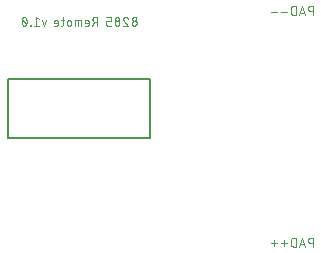
<source format=gbr>
G04 EAGLE Gerber RS-274X export*
G75*
%MOMM*%
%FSLAX34Y34*%
%LPD*%
%INSilkscreen Bottom*%
%IPPOS*%
%AMOC8*
5,1,8,0,0,1.08239X$1,22.5*%
G01*
%ADD10C,0.076200*%
%ADD11C,0.127000*%


D10*
X48619Y87263D02*
X48617Y87352D01*
X48611Y87441D01*
X48601Y87530D01*
X48588Y87618D01*
X48571Y87706D01*
X48549Y87793D01*
X48524Y87878D01*
X48496Y87963D01*
X48463Y88046D01*
X48427Y88128D01*
X48388Y88208D01*
X48345Y88286D01*
X48299Y88362D01*
X48249Y88437D01*
X48196Y88509D01*
X48140Y88578D01*
X48081Y88645D01*
X48020Y88710D01*
X47955Y88771D01*
X47888Y88830D01*
X47819Y88886D01*
X47747Y88939D01*
X47672Y88989D01*
X47596Y89035D01*
X47518Y89078D01*
X47438Y89117D01*
X47356Y89153D01*
X47273Y89186D01*
X47188Y89214D01*
X47103Y89239D01*
X47016Y89261D01*
X46928Y89278D01*
X46840Y89291D01*
X46751Y89301D01*
X46662Y89307D01*
X46573Y89309D01*
X46484Y89307D01*
X46395Y89301D01*
X46306Y89291D01*
X46218Y89278D01*
X46130Y89261D01*
X46043Y89239D01*
X45958Y89214D01*
X45873Y89186D01*
X45790Y89153D01*
X45708Y89117D01*
X45628Y89078D01*
X45550Y89035D01*
X45474Y88989D01*
X45399Y88939D01*
X45327Y88886D01*
X45258Y88830D01*
X45191Y88771D01*
X45126Y88710D01*
X45065Y88645D01*
X45006Y88578D01*
X44950Y88509D01*
X44897Y88437D01*
X44847Y88362D01*
X44801Y88286D01*
X44758Y88208D01*
X44719Y88128D01*
X44683Y88046D01*
X44650Y87963D01*
X44622Y87878D01*
X44597Y87793D01*
X44575Y87706D01*
X44558Y87618D01*
X44545Y87530D01*
X44535Y87441D01*
X44529Y87352D01*
X44527Y87263D01*
X44529Y87174D01*
X44535Y87085D01*
X44545Y86996D01*
X44558Y86908D01*
X44575Y86820D01*
X44597Y86733D01*
X44622Y86648D01*
X44650Y86563D01*
X44683Y86480D01*
X44719Y86398D01*
X44758Y86318D01*
X44801Y86240D01*
X44847Y86164D01*
X44897Y86089D01*
X44950Y86017D01*
X45006Y85948D01*
X45065Y85881D01*
X45126Y85816D01*
X45191Y85755D01*
X45258Y85696D01*
X45327Y85640D01*
X45399Y85587D01*
X45474Y85537D01*
X45550Y85491D01*
X45628Y85448D01*
X45708Y85409D01*
X45790Y85373D01*
X45873Y85340D01*
X45958Y85312D01*
X46043Y85287D01*
X46130Y85265D01*
X46218Y85248D01*
X46306Y85235D01*
X46395Y85225D01*
X46484Y85219D01*
X46573Y85217D01*
X46662Y85219D01*
X46751Y85225D01*
X46840Y85235D01*
X46928Y85248D01*
X47016Y85265D01*
X47103Y85287D01*
X47188Y85312D01*
X47273Y85340D01*
X47356Y85373D01*
X47438Y85409D01*
X47518Y85448D01*
X47596Y85491D01*
X47672Y85537D01*
X47747Y85587D01*
X47819Y85640D01*
X47888Y85696D01*
X47955Y85755D01*
X48020Y85816D01*
X48081Y85881D01*
X48140Y85948D01*
X48196Y86017D01*
X48249Y86089D01*
X48299Y86164D01*
X48345Y86240D01*
X48388Y86318D01*
X48427Y86398D01*
X48463Y86480D01*
X48496Y86563D01*
X48524Y86648D01*
X48549Y86733D01*
X48571Y86820D01*
X48588Y86908D01*
X48601Y86996D01*
X48611Y87085D01*
X48617Y87174D01*
X48619Y87263D01*
X48210Y90946D02*
X48208Y91025D01*
X48202Y91104D01*
X48193Y91183D01*
X48180Y91261D01*
X48162Y91338D01*
X48142Y91414D01*
X48117Y91489D01*
X48089Y91563D01*
X48058Y91636D01*
X48022Y91707D01*
X47984Y91776D01*
X47942Y91843D01*
X47897Y91908D01*
X47849Y91971D01*
X47798Y92032D01*
X47744Y92089D01*
X47688Y92145D01*
X47629Y92197D01*
X47567Y92247D01*
X47503Y92293D01*
X47437Y92337D01*
X47369Y92377D01*
X47299Y92413D01*
X47227Y92447D01*
X47153Y92477D01*
X47079Y92503D01*
X47003Y92526D01*
X46926Y92544D01*
X46849Y92560D01*
X46770Y92571D01*
X46692Y92579D01*
X46613Y92583D01*
X46533Y92583D01*
X46454Y92579D01*
X46376Y92571D01*
X46297Y92560D01*
X46220Y92544D01*
X46143Y92526D01*
X46067Y92503D01*
X45993Y92477D01*
X45919Y92447D01*
X45847Y92413D01*
X45777Y92377D01*
X45709Y92337D01*
X45643Y92293D01*
X45579Y92247D01*
X45517Y92197D01*
X45458Y92145D01*
X45402Y92089D01*
X45348Y92032D01*
X45297Y91971D01*
X45249Y91908D01*
X45204Y91843D01*
X45162Y91776D01*
X45124Y91707D01*
X45088Y91636D01*
X45057Y91563D01*
X45029Y91489D01*
X45004Y91414D01*
X44984Y91338D01*
X44966Y91261D01*
X44953Y91183D01*
X44944Y91104D01*
X44938Y91025D01*
X44936Y90946D01*
X44938Y90867D01*
X44944Y90788D01*
X44953Y90709D01*
X44966Y90631D01*
X44984Y90554D01*
X45004Y90478D01*
X45029Y90403D01*
X45057Y90329D01*
X45088Y90256D01*
X45124Y90185D01*
X45162Y90116D01*
X45204Y90049D01*
X45249Y89984D01*
X45297Y89921D01*
X45348Y89860D01*
X45402Y89803D01*
X45458Y89747D01*
X45517Y89695D01*
X45579Y89645D01*
X45643Y89599D01*
X45709Y89555D01*
X45777Y89515D01*
X45847Y89479D01*
X45919Y89445D01*
X45993Y89415D01*
X46067Y89389D01*
X46143Y89366D01*
X46220Y89348D01*
X46297Y89332D01*
X46376Y89321D01*
X46454Y89313D01*
X46533Y89309D01*
X46613Y89309D01*
X46692Y89313D01*
X46770Y89321D01*
X46849Y89332D01*
X46926Y89348D01*
X47003Y89366D01*
X47079Y89389D01*
X47153Y89415D01*
X47227Y89445D01*
X47299Y89479D01*
X47369Y89515D01*
X47437Y89555D01*
X47503Y89599D01*
X47567Y89645D01*
X47629Y89695D01*
X47688Y89747D01*
X47744Y89803D01*
X47798Y89860D01*
X47849Y89921D01*
X47897Y89984D01*
X47942Y90049D01*
X47984Y90116D01*
X48022Y90185D01*
X48058Y90256D01*
X48089Y90329D01*
X48117Y90403D01*
X48142Y90478D01*
X48162Y90554D01*
X48180Y90631D01*
X48193Y90709D01*
X48202Y90788D01*
X48208Y90867D01*
X48210Y90946D01*
X39054Y92584D02*
X38969Y92582D01*
X38884Y92576D01*
X38800Y92566D01*
X38716Y92553D01*
X38632Y92535D01*
X38550Y92514D01*
X38469Y92489D01*
X38389Y92460D01*
X38310Y92427D01*
X38233Y92391D01*
X38158Y92351D01*
X38084Y92308D01*
X38013Y92262D01*
X37944Y92212D01*
X37877Y92159D01*
X37813Y92103D01*
X37752Y92044D01*
X37693Y91983D01*
X37637Y91919D01*
X37584Y91852D01*
X37534Y91783D01*
X37488Y91712D01*
X37445Y91638D01*
X37405Y91563D01*
X37369Y91486D01*
X37336Y91407D01*
X37307Y91327D01*
X37282Y91246D01*
X37261Y91164D01*
X37243Y91080D01*
X37230Y90996D01*
X37220Y90912D01*
X37214Y90827D01*
X37212Y90742D01*
X39054Y92583D02*
X39150Y92581D01*
X39246Y92575D01*
X39341Y92565D01*
X39436Y92552D01*
X39531Y92534D01*
X39624Y92513D01*
X39717Y92488D01*
X39808Y92459D01*
X39899Y92427D01*
X39988Y92391D01*
X40075Y92351D01*
X40161Y92308D01*
X40245Y92262D01*
X40327Y92212D01*
X40407Y92158D01*
X40484Y92102D01*
X40559Y92042D01*
X40632Y91980D01*
X40702Y91914D01*
X40770Y91846D01*
X40835Y91775D01*
X40896Y91702D01*
X40955Y91626D01*
X41011Y91547D01*
X41063Y91467D01*
X41112Y91384D01*
X41158Y91300D01*
X41200Y91214D01*
X41238Y91126D01*
X41273Y91037D01*
X41305Y90946D01*
X37826Y89310D02*
X37766Y89369D01*
X37709Y89431D01*
X37654Y89495D01*
X37603Y89562D01*
X37554Y89631D01*
X37508Y89701D01*
X37465Y89774D01*
X37425Y89848D01*
X37389Y89924D01*
X37356Y90002D01*
X37326Y90081D01*
X37299Y90161D01*
X37276Y90242D01*
X37257Y90324D01*
X37241Y90406D01*
X37228Y90490D01*
X37219Y90574D01*
X37214Y90658D01*
X37212Y90742D01*
X37826Y89309D02*
X41304Y85217D01*
X37212Y85217D01*
X33989Y87263D02*
X33987Y87352D01*
X33981Y87441D01*
X33971Y87530D01*
X33958Y87618D01*
X33941Y87706D01*
X33919Y87793D01*
X33894Y87878D01*
X33866Y87963D01*
X33833Y88046D01*
X33797Y88128D01*
X33758Y88208D01*
X33715Y88286D01*
X33669Y88362D01*
X33619Y88437D01*
X33566Y88509D01*
X33510Y88578D01*
X33451Y88645D01*
X33390Y88710D01*
X33325Y88771D01*
X33258Y88830D01*
X33189Y88886D01*
X33117Y88939D01*
X33042Y88989D01*
X32966Y89035D01*
X32888Y89078D01*
X32808Y89117D01*
X32726Y89153D01*
X32643Y89186D01*
X32558Y89214D01*
X32473Y89239D01*
X32386Y89261D01*
X32298Y89278D01*
X32210Y89291D01*
X32121Y89301D01*
X32032Y89307D01*
X31943Y89309D01*
X31854Y89307D01*
X31765Y89301D01*
X31676Y89291D01*
X31588Y89278D01*
X31500Y89261D01*
X31413Y89239D01*
X31328Y89214D01*
X31243Y89186D01*
X31160Y89153D01*
X31078Y89117D01*
X30998Y89078D01*
X30920Y89035D01*
X30844Y88989D01*
X30769Y88939D01*
X30697Y88886D01*
X30628Y88830D01*
X30561Y88771D01*
X30496Y88710D01*
X30435Y88645D01*
X30376Y88578D01*
X30320Y88509D01*
X30267Y88437D01*
X30217Y88362D01*
X30171Y88286D01*
X30128Y88208D01*
X30089Y88128D01*
X30053Y88046D01*
X30020Y87963D01*
X29992Y87878D01*
X29967Y87793D01*
X29945Y87706D01*
X29928Y87618D01*
X29915Y87530D01*
X29905Y87441D01*
X29899Y87352D01*
X29897Y87263D01*
X29899Y87174D01*
X29905Y87085D01*
X29915Y86996D01*
X29928Y86908D01*
X29945Y86820D01*
X29967Y86733D01*
X29992Y86648D01*
X30020Y86563D01*
X30053Y86480D01*
X30089Y86398D01*
X30128Y86318D01*
X30171Y86240D01*
X30217Y86164D01*
X30267Y86089D01*
X30320Y86017D01*
X30376Y85948D01*
X30435Y85881D01*
X30496Y85816D01*
X30561Y85755D01*
X30628Y85696D01*
X30697Y85640D01*
X30769Y85587D01*
X30844Y85537D01*
X30920Y85491D01*
X30998Y85448D01*
X31078Y85409D01*
X31160Y85373D01*
X31243Y85340D01*
X31328Y85312D01*
X31413Y85287D01*
X31500Y85265D01*
X31588Y85248D01*
X31676Y85235D01*
X31765Y85225D01*
X31854Y85219D01*
X31943Y85217D01*
X32032Y85219D01*
X32121Y85225D01*
X32210Y85235D01*
X32298Y85248D01*
X32386Y85265D01*
X32473Y85287D01*
X32558Y85312D01*
X32643Y85340D01*
X32726Y85373D01*
X32808Y85409D01*
X32888Y85448D01*
X32966Y85491D01*
X33042Y85537D01*
X33117Y85587D01*
X33189Y85640D01*
X33258Y85696D01*
X33325Y85755D01*
X33390Y85816D01*
X33451Y85881D01*
X33510Y85948D01*
X33566Y86017D01*
X33619Y86089D01*
X33669Y86164D01*
X33715Y86240D01*
X33758Y86318D01*
X33797Y86398D01*
X33833Y86480D01*
X33866Y86563D01*
X33894Y86648D01*
X33919Y86733D01*
X33941Y86820D01*
X33958Y86908D01*
X33971Y86996D01*
X33981Y87085D01*
X33987Y87174D01*
X33989Y87263D01*
X33580Y90946D02*
X33578Y91025D01*
X33572Y91104D01*
X33563Y91183D01*
X33550Y91261D01*
X33532Y91338D01*
X33512Y91414D01*
X33487Y91489D01*
X33459Y91563D01*
X33428Y91636D01*
X33392Y91707D01*
X33354Y91776D01*
X33312Y91843D01*
X33267Y91908D01*
X33219Y91971D01*
X33168Y92032D01*
X33114Y92089D01*
X33058Y92145D01*
X32999Y92197D01*
X32937Y92247D01*
X32873Y92293D01*
X32807Y92337D01*
X32739Y92377D01*
X32669Y92413D01*
X32597Y92447D01*
X32523Y92477D01*
X32449Y92503D01*
X32373Y92526D01*
X32296Y92544D01*
X32219Y92560D01*
X32140Y92571D01*
X32062Y92579D01*
X31983Y92583D01*
X31903Y92583D01*
X31824Y92579D01*
X31746Y92571D01*
X31667Y92560D01*
X31590Y92544D01*
X31513Y92526D01*
X31437Y92503D01*
X31363Y92477D01*
X31289Y92447D01*
X31217Y92413D01*
X31147Y92377D01*
X31079Y92337D01*
X31013Y92293D01*
X30949Y92247D01*
X30887Y92197D01*
X30828Y92145D01*
X30772Y92089D01*
X30718Y92032D01*
X30667Y91971D01*
X30619Y91908D01*
X30574Y91843D01*
X30532Y91776D01*
X30494Y91707D01*
X30458Y91636D01*
X30427Y91563D01*
X30399Y91489D01*
X30374Y91414D01*
X30354Y91338D01*
X30336Y91261D01*
X30323Y91183D01*
X30314Y91104D01*
X30308Y91025D01*
X30306Y90946D01*
X30308Y90867D01*
X30314Y90788D01*
X30323Y90709D01*
X30336Y90631D01*
X30354Y90554D01*
X30374Y90478D01*
X30399Y90403D01*
X30427Y90329D01*
X30458Y90256D01*
X30494Y90185D01*
X30532Y90116D01*
X30574Y90049D01*
X30619Y89984D01*
X30667Y89921D01*
X30718Y89860D01*
X30772Y89803D01*
X30828Y89747D01*
X30887Y89695D01*
X30949Y89645D01*
X31013Y89599D01*
X31079Y89555D01*
X31147Y89515D01*
X31217Y89479D01*
X31289Y89445D01*
X31363Y89415D01*
X31437Y89389D01*
X31513Y89366D01*
X31590Y89348D01*
X31667Y89332D01*
X31746Y89321D01*
X31824Y89313D01*
X31903Y89309D01*
X31983Y89309D01*
X32062Y89313D01*
X32140Y89321D01*
X32219Y89332D01*
X32296Y89348D01*
X32373Y89366D01*
X32449Y89389D01*
X32523Y89415D01*
X32597Y89445D01*
X32669Y89479D01*
X32739Y89515D01*
X32807Y89555D01*
X32873Y89599D01*
X32937Y89645D01*
X32999Y89695D01*
X33058Y89747D01*
X33114Y89803D01*
X33168Y89860D01*
X33219Y89921D01*
X33267Y89984D01*
X33312Y90049D01*
X33354Y90116D01*
X33392Y90185D01*
X33428Y90256D01*
X33459Y90329D01*
X33487Y90403D01*
X33512Y90478D01*
X33532Y90554D01*
X33550Y90631D01*
X33563Y90709D01*
X33572Y90788D01*
X33578Y90867D01*
X33580Y90946D01*
X26674Y85217D02*
X24219Y85217D01*
X24139Y85219D01*
X24059Y85225D01*
X23979Y85235D01*
X23900Y85248D01*
X23821Y85266D01*
X23744Y85287D01*
X23668Y85313D01*
X23593Y85342D01*
X23519Y85374D01*
X23447Y85410D01*
X23377Y85450D01*
X23310Y85493D01*
X23244Y85539D01*
X23181Y85589D01*
X23120Y85641D01*
X23061Y85696D01*
X23006Y85755D01*
X22954Y85815D01*
X22904Y85879D01*
X22858Y85944D01*
X22815Y86012D01*
X22775Y86082D01*
X22739Y86154D01*
X22707Y86228D01*
X22678Y86302D01*
X22653Y86379D01*
X22631Y86456D01*
X22613Y86535D01*
X22600Y86614D01*
X22590Y86693D01*
X22584Y86774D01*
X22582Y86854D01*
X22582Y87672D01*
X22581Y87672D02*
X22583Y87750D01*
X22588Y87828D01*
X22598Y87905D01*
X22611Y87982D01*
X22627Y88058D01*
X22647Y88133D01*
X22671Y88207D01*
X22698Y88280D01*
X22729Y88352D01*
X22763Y88422D01*
X22800Y88491D01*
X22841Y88557D01*
X22885Y88622D01*
X22931Y88684D01*
X22981Y88744D01*
X23033Y88802D01*
X23088Y88857D01*
X23146Y88909D01*
X23206Y88959D01*
X23268Y89005D01*
X23333Y89049D01*
X23400Y89090D01*
X23468Y89127D01*
X23538Y89161D01*
X23610Y89192D01*
X23683Y89219D01*
X23757Y89243D01*
X23832Y89263D01*
X23908Y89279D01*
X23985Y89292D01*
X24062Y89302D01*
X24140Y89307D01*
X24218Y89309D01*
X24219Y89309D02*
X26674Y89309D01*
X26674Y92583D01*
X22582Y92583D01*
X15162Y92583D02*
X15162Y85217D01*
X15162Y92583D02*
X13116Y92583D01*
X13027Y92581D01*
X12938Y92575D01*
X12849Y92565D01*
X12761Y92552D01*
X12673Y92535D01*
X12586Y92513D01*
X12501Y92488D01*
X12416Y92460D01*
X12333Y92427D01*
X12251Y92391D01*
X12171Y92352D01*
X12093Y92309D01*
X12017Y92263D01*
X11942Y92213D01*
X11870Y92160D01*
X11801Y92104D01*
X11734Y92045D01*
X11669Y91984D01*
X11608Y91919D01*
X11549Y91852D01*
X11493Y91783D01*
X11440Y91711D01*
X11390Y91636D01*
X11344Y91560D01*
X11301Y91482D01*
X11262Y91402D01*
X11226Y91320D01*
X11193Y91237D01*
X11165Y91152D01*
X11140Y91067D01*
X11118Y90980D01*
X11101Y90892D01*
X11088Y90804D01*
X11078Y90715D01*
X11072Y90626D01*
X11070Y90537D01*
X11072Y90448D01*
X11078Y90359D01*
X11088Y90270D01*
X11101Y90182D01*
X11118Y90094D01*
X11140Y90007D01*
X11165Y89922D01*
X11193Y89837D01*
X11226Y89754D01*
X11262Y89672D01*
X11301Y89592D01*
X11344Y89514D01*
X11390Y89438D01*
X11440Y89363D01*
X11493Y89291D01*
X11549Y89222D01*
X11608Y89155D01*
X11669Y89090D01*
X11734Y89029D01*
X11801Y88970D01*
X11870Y88914D01*
X11942Y88861D01*
X12017Y88811D01*
X12093Y88765D01*
X12171Y88722D01*
X12251Y88683D01*
X12333Y88647D01*
X12416Y88614D01*
X12501Y88586D01*
X12586Y88561D01*
X12673Y88539D01*
X12761Y88522D01*
X12849Y88509D01*
X12938Y88499D01*
X13027Y88493D01*
X13116Y88491D01*
X15162Y88491D01*
X12707Y88491D02*
X11070Y85217D01*
X6749Y85217D02*
X4703Y85217D01*
X6749Y85217D02*
X6818Y85219D01*
X6886Y85225D01*
X6955Y85234D01*
X7022Y85248D01*
X7089Y85265D01*
X7155Y85286D01*
X7219Y85310D01*
X7282Y85339D01*
X7343Y85370D01*
X7402Y85405D01*
X7460Y85443D01*
X7515Y85485D01*
X7567Y85529D01*
X7617Y85577D01*
X7665Y85627D01*
X7709Y85679D01*
X7751Y85734D01*
X7789Y85792D01*
X7824Y85851D01*
X7855Y85912D01*
X7884Y85975D01*
X7908Y86039D01*
X7929Y86105D01*
X7946Y86172D01*
X7960Y86239D01*
X7969Y86308D01*
X7975Y86376D01*
X7977Y86445D01*
X7977Y88491D01*
X7975Y88570D01*
X7969Y88649D01*
X7960Y88728D01*
X7947Y88806D01*
X7929Y88883D01*
X7909Y88959D01*
X7884Y89034D01*
X7856Y89108D01*
X7825Y89181D01*
X7789Y89252D01*
X7751Y89321D01*
X7709Y89388D01*
X7664Y89453D01*
X7616Y89516D01*
X7565Y89577D01*
X7511Y89634D01*
X7455Y89690D01*
X7396Y89742D01*
X7334Y89792D01*
X7270Y89838D01*
X7204Y89882D01*
X7136Y89922D01*
X7066Y89958D01*
X6994Y89992D01*
X6920Y90022D01*
X6846Y90048D01*
X6770Y90071D01*
X6693Y90089D01*
X6616Y90105D01*
X6537Y90116D01*
X6459Y90124D01*
X6380Y90128D01*
X6300Y90128D01*
X6221Y90124D01*
X6143Y90116D01*
X6064Y90105D01*
X5987Y90089D01*
X5910Y90071D01*
X5834Y90048D01*
X5760Y90022D01*
X5686Y89992D01*
X5614Y89958D01*
X5544Y89922D01*
X5476Y89882D01*
X5410Y89838D01*
X5346Y89792D01*
X5284Y89742D01*
X5225Y89690D01*
X5169Y89634D01*
X5115Y89577D01*
X5064Y89516D01*
X5016Y89453D01*
X4971Y89388D01*
X4929Y89321D01*
X4891Y89252D01*
X4855Y89181D01*
X4824Y89108D01*
X4796Y89034D01*
X4771Y88959D01*
X4751Y88883D01*
X4733Y88806D01*
X4720Y88728D01*
X4711Y88649D01*
X4705Y88570D01*
X4703Y88491D01*
X4703Y87672D01*
X7977Y87672D01*
X1236Y85217D02*
X1236Y90128D01*
X-2447Y90128D01*
X-2516Y90126D01*
X-2584Y90120D01*
X-2653Y90111D01*
X-2720Y90097D01*
X-2787Y90080D01*
X-2853Y90059D01*
X-2917Y90035D01*
X-2980Y90006D01*
X-3041Y89975D01*
X-3100Y89940D01*
X-3158Y89902D01*
X-3213Y89860D01*
X-3265Y89816D01*
X-3315Y89768D01*
X-3363Y89718D01*
X-3407Y89666D01*
X-3449Y89611D01*
X-3487Y89553D01*
X-3522Y89494D01*
X-3553Y89433D01*
X-3582Y89370D01*
X-3606Y89306D01*
X-3627Y89240D01*
X-3644Y89173D01*
X-3658Y89106D01*
X-3667Y89037D01*
X-3673Y88969D01*
X-3675Y88900D01*
X-3675Y85217D01*
X-1219Y85217D02*
X-1219Y90128D01*
X-7141Y88491D02*
X-7141Y86854D01*
X-7141Y88491D02*
X-7143Y88570D01*
X-7149Y88649D01*
X-7158Y88728D01*
X-7171Y88806D01*
X-7189Y88883D01*
X-7209Y88959D01*
X-7234Y89034D01*
X-7262Y89108D01*
X-7293Y89181D01*
X-7329Y89252D01*
X-7367Y89321D01*
X-7409Y89388D01*
X-7454Y89453D01*
X-7502Y89516D01*
X-7553Y89577D01*
X-7607Y89634D01*
X-7663Y89690D01*
X-7722Y89742D01*
X-7784Y89792D01*
X-7848Y89838D01*
X-7914Y89882D01*
X-7982Y89922D01*
X-8052Y89958D01*
X-8124Y89992D01*
X-8198Y90022D01*
X-8272Y90048D01*
X-8348Y90071D01*
X-8425Y90089D01*
X-8502Y90105D01*
X-8581Y90116D01*
X-8659Y90124D01*
X-8738Y90128D01*
X-8818Y90128D01*
X-8897Y90124D01*
X-8975Y90116D01*
X-9054Y90105D01*
X-9131Y90089D01*
X-9208Y90071D01*
X-9284Y90048D01*
X-9358Y90022D01*
X-9432Y89992D01*
X-9504Y89958D01*
X-9574Y89922D01*
X-9642Y89882D01*
X-9708Y89838D01*
X-9772Y89792D01*
X-9834Y89742D01*
X-9893Y89690D01*
X-9949Y89634D01*
X-10003Y89577D01*
X-10054Y89516D01*
X-10102Y89453D01*
X-10147Y89388D01*
X-10189Y89321D01*
X-10227Y89252D01*
X-10263Y89181D01*
X-10294Y89108D01*
X-10322Y89034D01*
X-10347Y88959D01*
X-10367Y88883D01*
X-10385Y88806D01*
X-10398Y88728D01*
X-10407Y88649D01*
X-10413Y88570D01*
X-10415Y88491D01*
X-10415Y86854D01*
X-10413Y86775D01*
X-10407Y86696D01*
X-10398Y86617D01*
X-10385Y86539D01*
X-10367Y86462D01*
X-10347Y86386D01*
X-10322Y86311D01*
X-10294Y86237D01*
X-10263Y86164D01*
X-10227Y86093D01*
X-10189Y86024D01*
X-10147Y85957D01*
X-10102Y85892D01*
X-10054Y85829D01*
X-10003Y85768D01*
X-9949Y85711D01*
X-9893Y85655D01*
X-9834Y85603D01*
X-9772Y85553D01*
X-9708Y85507D01*
X-9642Y85463D01*
X-9574Y85423D01*
X-9504Y85387D01*
X-9432Y85353D01*
X-9358Y85323D01*
X-9284Y85297D01*
X-9208Y85274D01*
X-9131Y85256D01*
X-9054Y85240D01*
X-8975Y85229D01*
X-8897Y85221D01*
X-8818Y85217D01*
X-8738Y85217D01*
X-8659Y85221D01*
X-8581Y85229D01*
X-8502Y85240D01*
X-8425Y85256D01*
X-8348Y85274D01*
X-8272Y85297D01*
X-8198Y85323D01*
X-8124Y85353D01*
X-8052Y85387D01*
X-7982Y85423D01*
X-7914Y85463D01*
X-7848Y85507D01*
X-7784Y85553D01*
X-7722Y85603D01*
X-7663Y85655D01*
X-7607Y85711D01*
X-7553Y85768D01*
X-7502Y85829D01*
X-7454Y85892D01*
X-7409Y85957D01*
X-7367Y86024D01*
X-7329Y86093D01*
X-7293Y86164D01*
X-7262Y86237D01*
X-7234Y86311D01*
X-7209Y86386D01*
X-7189Y86462D01*
X-7171Y86539D01*
X-7158Y86617D01*
X-7149Y86696D01*
X-7143Y86775D01*
X-7141Y86854D01*
X-12851Y90128D02*
X-15306Y90128D01*
X-13669Y92583D02*
X-13669Y86445D01*
X-13671Y86376D01*
X-13677Y86308D01*
X-13686Y86239D01*
X-13700Y86172D01*
X-13717Y86105D01*
X-13738Y86039D01*
X-13762Y85975D01*
X-13791Y85912D01*
X-13822Y85851D01*
X-13857Y85792D01*
X-13895Y85734D01*
X-13937Y85679D01*
X-13981Y85627D01*
X-14029Y85577D01*
X-14079Y85529D01*
X-14131Y85485D01*
X-14186Y85443D01*
X-14244Y85405D01*
X-14303Y85370D01*
X-14364Y85339D01*
X-14427Y85310D01*
X-14491Y85286D01*
X-14557Y85265D01*
X-14624Y85248D01*
X-14691Y85234D01*
X-14760Y85225D01*
X-14828Y85219D01*
X-14897Y85217D01*
X-15306Y85217D01*
X-19342Y85217D02*
X-21388Y85217D01*
X-19342Y85217D02*
X-19273Y85219D01*
X-19205Y85225D01*
X-19136Y85234D01*
X-19069Y85248D01*
X-19002Y85265D01*
X-18936Y85286D01*
X-18872Y85310D01*
X-18809Y85339D01*
X-18748Y85370D01*
X-18689Y85405D01*
X-18631Y85443D01*
X-18576Y85485D01*
X-18524Y85529D01*
X-18474Y85577D01*
X-18426Y85627D01*
X-18382Y85679D01*
X-18340Y85734D01*
X-18302Y85792D01*
X-18267Y85851D01*
X-18236Y85912D01*
X-18207Y85975D01*
X-18183Y86039D01*
X-18162Y86105D01*
X-18145Y86172D01*
X-18131Y86239D01*
X-18122Y86308D01*
X-18116Y86376D01*
X-18114Y86445D01*
X-18114Y88491D01*
X-18116Y88570D01*
X-18122Y88649D01*
X-18131Y88728D01*
X-18144Y88806D01*
X-18162Y88883D01*
X-18182Y88959D01*
X-18207Y89034D01*
X-18235Y89108D01*
X-18266Y89181D01*
X-18302Y89252D01*
X-18340Y89321D01*
X-18382Y89388D01*
X-18427Y89453D01*
X-18475Y89516D01*
X-18526Y89577D01*
X-18580Y89634D01*
X-18636Y89690D01*
X-18695Y89742D01*
X-18757Y89792D01*
X-18821Y89838D01*
X-18887Y89882D01*
X-18955Y89922D01*
X-19025Y89958D01*
X-19097Y89992D01*
X-19171Y90022D01*
X-19245Y90048D01*
X-19321Y90071D01*
X-19398Y90089D01*
X-19475Y90105D01*
X-19554Y90116D01*
X-19632Y90124D01*
X-19711Y90128D01*
X-19791Y90128D01*
X-19870Y90124D01*
X-19948Y90116D01*
X-20027Y90105D01*
X-20104Y90089D01*
X-20181Y90071D01*
X-20257Y90048D01*
X-20331Y90022D01*
X-20405Y89992D01*
X-20477Y89958D01*
X-20547Y89922D01*
X-20615Y89882D01*
X-20681Y89838D01*
X-20745Y89792D01*
X-20807Y89742D01*
X-20866Y89690D01*
X-20922Y89634D01*
X-20976Y89577D01*
X-21027Y89516D01*
X-21075Y89453D01*
X-21120Y89388D01*
X-21162Y89321D01*
X-21200Y89252D01*
X-21236Y89181D01*
X-21267Y89108D01*
X-21295Y89034D01*
X-21320Y88959D01*
X-21340Y88883D01*
X-21358Y88806D01*
X-21371Y88728D01*
X-21380Y88649D01*
X-21386Y88570D01*
X-21388Y88491D01*
X-21388Y87672D01*
X-18114Y87672D01*
X-28112Y90128D02*
X-29748Y85217D01*
X-31385Y90128D01*
X-34286Y90946D02*
X-36332Y92583D01*
X-36332Y85217D01*
X-34286Y85217D02*
X-38378Y85217D01*
X-41248Y85217D02*
X-41248Y85626D01*
X-41657Y85626D01*
X-41657Y85217D01*
X-41248Y85217D01*
X-44528Y88900D02*
X-44530Y89053D01*
X-44536Y89206D01*
X-44545Y89358D01*
X-44559Y89511D01*
X-44576Y89663D01*
X-44597Y89814D01*
X-44622Y89965D01*
X-44651Y90115D01*
X-44683Y90265D01*
X-44720Y90413D01*
X-44760Y90561D01*
X-44803Y90708D01*
X-44851Y90853D01*
X-44902Y90997D01*
X-44956Y91140D01*
X-45015Y91282D01*
X-45076Y91421D01*
X-45142Y91560D01*
X-45141Y91560D02*
X-45167Y91630D01*
X-45197Y91700D01*
X-45230Y91767D01*
X-45266Y91833D01*
X-45305Y91897D01*
X-45348Y91959D01*
X-45394Y92018D01*
X-45442Y92076D01*
X-45493Y92130D01*
X-45547Y92183D01*
X-45604Y92232D01*
X-45663Y92279D01*
X-45724Y92322D01*
X-45787Y92363D01*
X-45852Y92400D01*
X-45919Y92435D01*
X-45988Y92465D01*
X-46058Y92493D01*
X-46129Y92516D01*
X-46201Y92537D01*
X-46274Y92553D01*
X-46348Y92566D01*
X-46423Y92576D01*
X-46498Y92581D01*
X-46573Y92583D01*
X-46648Y92581D01*
X-46723Y92576D01*
X-46798Y92566D01*
X-46872Y92553D01*
X-46945Y92537D01*
X-47017Y92516D01*
X-47088Y92493D01*
X-47158Y92465D01*
X-47227Y92435D01*
X-47294Y92400D01*
X-47359Y92363D01*
X-47422Y92322D01*
X-47483Y92279D01*
X-47542Y92232D01*
X-47599Y92183D01*
X-47653Y92130D01*
X-47704Y92076D01*
X-47753Y92018D01*
X-47798Y91959D01*
X-47841Y91897D01*
X-47880Y91833D01*
X-47917Y91767D01*
X-47949Y91699D01*
X-47979Y91630D01*
X-48005Y91560D01*
X-48070Y91422D01*
X-48132Y91282D01*
X-48190Y91140D01*
X-48245Y90997D01*
X-48296Y90853D01*
X-48344Y90708D01*
X-48387Y90561D01*
X-48427Y90414D01*
X-48464Y90265D01*
X-48496Y90115D01*
X-48525Y89965D01*
X-48550Y89814D01*
X-48571Y89663D01*
X-48588Y89511D01*
X-48602Y89358D01*
X-48611Y89206D01*
X-48617Y89053D01*
X-48619Y88900D01*
X-44527Y88900D02*
X-44529Y88747D01*
X-44535Y88594D01*
X-44544Y88441D01*
X-44558Y88289D01*
X-44575Y88137D01*
X-44596Y87986D01*
X-44621Y87835D01*
X-44650Y87684D01*
X-44682Y87535D01*
X-44719Y87386D01*
X-44759Y87239D01*
X-44802Y87092D01*
X-44850Y86947D01*
X-44901Y86802D01*
X-44956Y86660D01*
X-45014Y86518D01*
X-45076Y86378D01*
X-45141Y86240D01*
X-45167Y86169D01*
X-45197Y86100D01*
X-45230Y86033D01*
X-45266Y85967D01*
X-45305Y85903D01*
X-45348Y85841D01*
X-45394Y85782D01*
X-45442Y85724D01*
X-45493Y85670D01*
X-45547Y85617D01*
X-45604Y85568D01*
X-45663Y85521D01*
X-45724Y85478D01*
X-45787Y85437D01*
X-45852Y85400D01*
X-45919Y85365D01*
X-45988Y85335D01*
X-46058Y85307D01*
X-46129Y85284D01*
X-46201Y85263D01*
X-46274Y85247D01*
X-46348Y85234D01*
X-46423Y85224D01*
X-46498Y85219D01*
X-46573Y85217D01*
X-48005Y86240D02*
X-48070Y86378D01*
X-48132Y86518D01*
X-48190Y86660D01*
X-48245Y86803D01*
X-48296Y86947D01*
X-48344Y87092D01*
X-48387Y87239D01*
X-48427Y87387D01*
X-48464Y87535D01*
X-48496Y87685D01*
X-48525Y87835D01*
X-48550Y87986D01*
X-48571Y88137D01*
X-48588Y88289D01*
X-48602Y88442D01*
X-48611Y88594D01*
X-48617Y88747D01*
X-48619Y88900D01*
X-48005Y86240D02*
X-47979Y86170D01*
X-47949Y86100D01*
X-47917Y86033D01*
X-47880Y85967D01*
X-47841Y85903D01*
X-47798Y85841D01*
X-47752Y85782D01*
X-47704Y85724D01*
X-47653Y85670D01*
X-47599Y85617D01*
X-47542Y85568D01*
X-47483Y85521D01*
X-47422Y85478D01*
X-47359Y85437D01*
X-47294Y85400D01*
X-47227Y85365D01*
X-47158Y85335D01*
X-47088Y85307D01*
X-47017Y85284D01*
X-46945Y85263D01*
X-46872Y85247D01*
X-46798Y85234D01*
X-46723Y85224D01*
X-46648Y85219D01*
X-46573Y85217D01*
X-44936Y86854D02*
X-48210Y90946D01*
D11*
X60000Y40000D02*
X60000Y-10000D01*
X-60000Y-10000D01*
X-60000Y40000D01*
X60000Y40000D01*
D10*
X197676Y-94351D02*
X197676Y-101717D01*
X197676Y-94351D02*
X195630Y-94351D01*
X195541Y-94353D01*
X195452Y-94359D01*
X195363Y-94369D01*
X195275Y-94382D01*
X195187Y-94399D01*
X195100Y-94421D01*
X195015Y-94446D01*
X194930Y-94474D01*
X194847Y-94507D01*
X194765Y-94543D01*
X194685Y-94582D01*
X194607Y-94625D01*
X194531Y-94671D01*
X194456Y-94721D01*
X194384Y-94774D01*
X194315Y-94830D01*
X194248Y-94889D01*
X194183Y-94950D01*
X194122Y-95015D01*
X194063Y-95082D01*
X194007Y-95151D01*
X193954Y-95223D01*
X193904Y-95298D01*
X193858Y-95374D01*
X193815Y-95452D01*
X193776Y-95532D01*
X193740Y-95614D01*
X193707Y-95697D01*
X193679Y-95782D01*
X193654Y-95867D01*
X193632Y-95954D01*
X193615Y-96042D01*
X193602Y-96130D01*
X193592Y-96219D01*
X193586Y-96308D01*
X193584Y-96397D01*
X193586Y-96486D01*
X193592Y-96575D01*
X193602Y-96664D01*
X193615Y-96752D01*
X193632Y-96840D01*
X193654Y-96927D01*
X193679Y-97012D01*
X193707Y-97097D01*
X193740Y-97180D01*
X193776Y-97262D01*
X193815Y-97342D01*
X193858Y-97420D01*
X193904Y-97496D01*
X193954Y-97571D01*
X194007Y-97643D01*
X194063Y-97712D01*
X194122Y-97779D01*
X194183Y-97844D01*
X194248Y-97905D01*
X194315Y-97964D01*
X194384Y-98020D01*
X194456Y-98073D01*
X194531Y-98123D01*
X194607Y-98169D01*
X194685Y-98212D01*
X194765Y-98251D01*
X194847Y-98287D01*
X194930Y-98320D01*
X195015Y-98348D01*
X195100Y-98373D01*
X195187Y-98395D01*
X195275Y-98412D01*
X195363Y-98425D01*
X195452Y-98435D01*
X195541Y-98441D01*
X195630Y-98443D01*
X197676Y-98443D01*
X191131Y-101717D02*
X188676Y-94351D01*
X186221Y-101717D01*
X186834Y-99876D02*
X190517Y-99876D01*
X183163Y-101717D02*
X183163Y-94351D01*
X181117Y-94351D01*
X181028Y-94353D01*
X180939Y-94359D01*
X180850Y-94369D01*
X180762Y-94382D01*
X180674Y-94399D01*
X180587Y-94421D01*
X180502Y-94446D01*
X180417Y-94474D01*
X180334Y-94507D01*
X180252Y-94543D01*
X180172Y-94582D01*
X180094Y-94625D01*
X180018Y-94671D01*
X179943Y-94721D01*
X179871Y-94774D01*
X179802Y-94830D01*
X179735Y-94889D01*
X179670Y-94950D01*
X179609Y-95015D01*
X179550Y-95082D01*
X179494Y-95151D01*
X179441Y-95223D01*
X179391Y-95298D01*
X179345Y-95374D01*
X179302Y-95452D01*
X179263Y-95532D01*
X179227Y-95614D01*
X179194Y-95697D01*
X179166Y-95782D01*
X179141Y-95867D01*
X179119Y-95954D01*
X179102Y-96042D01*
X179089Y-96130D01*
X179079Y-96219D01*
X179073Y-96308D01*
X179071Y-96397D01*
X179071Y-99671D01*
X179073Y-99760D01*
X179079Y-99849D01*
X179089Y-99938D01*
X179102Y-100026D01*
X179119Y-100114D01*
X179141Y-100201D01*
X179166Y-100286D01*
X179194Y-100371D01*
X179227Y-100454D01*
X179263Y-100536D01*
X179302Y-100616D01*
X179345Y-100694D01*
X179391Y-100770D01*
X179441Y-100845D01*
X179494Y-100917D01*
X179550Y-100986D01*
X179609Y-101053D01*
X179670Y-101118D01*
X179735Y-101179D01*
X179802Y-101238D01*
X179871Y-101294D01*
X179943Y-101347D01*
X180018Y-101397D01*
X180094Y-101443D01*
X180172Y-101486D01*
X180252Y-101525D01*
X180334Y-101561D01*
X180417Y-101594D01*
X180502Y-101622D01*
X180587Y-101647D01*
X180674Y-101669D01*
X180762Y-101686D01*
X180850Y-101699D01*
X180939Y-101709D01*
X181028Y-101715D01*
X181117Y-101717D01*
X183163Y-101717D01*
X175526Y-98852D02*
X170615Y-98852D01*
X173070Y-96397D02*
X173070Y-101308D01*
X167235Y-98852D02*
X162324Y-98852D01*
X164780Y-96397D02*
X164780Y-101308D01*
X197676Y94351D02*
X197676Y101717D01*
X195630Y101717D01*
X195541Y101715D01*
X195452Y101709D01*
X195363Y101699D01*
X195275Y101686D01*
X195187Y101669D01*
X195100Y101647D01*
X195015Y101622D01*
X194930Y101594D01*
X194847Y101561D01*
X194765Y101525D01*
X194685Y101486D01*
X194607Y101443D01*
X194531Y101397D01*
X194456Y101347D01*
X194384Y101294D01*
X194315Y101238D01*
X194248Y101179D01*
X194183Y101118D01*
X194122Y101053D01*
X194063Y100986D01*
X194007Y100917D01*
X193954Y100845D01*
X193904Y100770D01*
X193858Y100694D01*
X193815Y100616D01*
X193776Y100536D01*
X193740Y100454D01*
X193707Y100371D01*
X193679Y100286D01*
X193654Y100201D01*
X193632Y100114D01*
X193615Y100026D01*
X193602Y99938D01*
X193592Y99849D01*
X193586Y99760D01*
X193584Y99671D01*
X193586Y99582D01*
X193592Y99493D01*
X193602Y99404D01*
X193615Y99316D01*
X193632Y99228D01*
X193654Y99141D01*
X193679Y99056D01*
X193707Y98971D01*
X193740Y98888D01*
X193776Y98806D01*
X193815Y98726D01*
X193858Y98648D01*
X193904Y98572D01*
X193954Y98497D01*
X194007Y98425D01*
X194063Y98356D01*
X194122Y98289D01*
X194183Y98224D01*
X194248Y98163D01*
X194315Y98104D01*
X194384Y98048D01*
X194456Y97995D01*
X194531Y97945D01*
X194607Y97899D01*
X194685Y97856D01*
X194765Y97817D01*
X194847Y97781D01*
X194930Y97748D01*
X195015Y97720D01*
X195100Y97695D01*
X195187Y97673D01*
X195275Y97656D01*
X195363Y97643D01*
X195452Y97633D01*
X195541Y97627D01*
X195630Y97625D01*
X197676Y97625D01*
X191131Y94351D02*
X188676Y101717D01*
X186221Y94351D01*
X186834Y96193D02*
X190517Y96193D01*
X183163Y94351D02*
X183163Y101717D01*
X181117Y101717D01*
X181028Y101715D01*
X180939Y101709D01*
X180850Y101699D01*
X180762Y101686D01*
X180674Y101669D01*
X180587Y101647D01*
X180502Y101622D01*
X180417Y101594D01*
X180334Y101561D01*
X180252Y101525D01*
X180172Y101486D01*
X180094Y101443D01*
X180018Y101397D01*
X179943Y101347D01*
X179871Y101294D01*
X179802Y101238D01*
X179735Y101179D01*
X179670Y101118D01*
X179609Y101053D01*
X179550Y100986D01*
X179494Y100917D01*
X179441Y100845D01*
X179391Y100770D01*
X179345Y100694D01*
X179302Y100616D01*
X179263Y100536D01*
X179227Y100454D01*
X179194Y100371D01*
X179166Y100286D01*
X179141Y100201D01*
X179119Y100114D01*
X179102Y100026D01*
X179089Y99938D01*
X179079Y99849D01*
X179073Y99760D01*
X179071Y99671D01*
X179071Y96397D01*
X179073Y96308D01*
X179079Y96219D01*
X179089Y96130D01*
X179102Y96042D01*
X179119Y95954D01*
X179141Y95867D01*
X179166Y95782D01*
X179194Y95697D01*
X179227Y95614D01*
X179263Y95532D01*
X179302Y95452D01*
X179345Y95374D01*
X179391Y95298D01*
X179441Y95223D01*
X179494Y95151D01*
X179550Y95082D01*
X179609Y95015D01*
X179670Y94950D01*
X179735Y94889D01*
X179802Y94830D01*
X179871Y94774D01*
X179943Y94721D01*
X180018Y94671D01*
X180094Y94625D01*
X180172Y94582D01*
X180252Y94543D01*
X180334Y94507D01*
X180417Y94474D01*
X180502Y94446D01*
X180587Y94421D01*
X180674Y94399D01*
X180762Y94382D01*
X180850Y94369D01*
X180939Y94359D01*
X181028Y94353D01*
X181117Y94351D01*
X183163Y94351D01*
X175526Y97216D02*
X170615Y97216D01*
X167235Y97216D02*
X162324Y97216D01*
M02*

</source>
